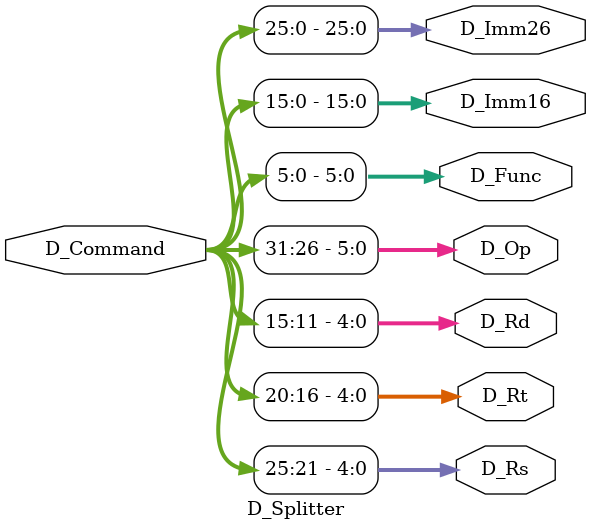
<source format=v>
`timescale 1ns / 1ps
module D_Splitter(
    input [31:0] D_Command,
    output [4:0] D_Rs,
    output [4:0] D_Rt,
    output [4:0] D_Rd,
    output [5:0] D_Op,
    output [5:0] D_Func,
    output [15:0] D_Imm16,
    output [25:0] D_Imm26
    );
	assign D_Op = D_Command[31:26];
	assign D_Imm26 = D_Command[25:0];
	assign D_Rs = D_Command[25:21];
	assign D_Rt = D_Command[20:16];
	assign D_Rd = D_Command[15:11];
	assign D_Func = D_Command[5:0];
	assign D_Imm16 = D_Command[15:0];
endmodule

</source>
